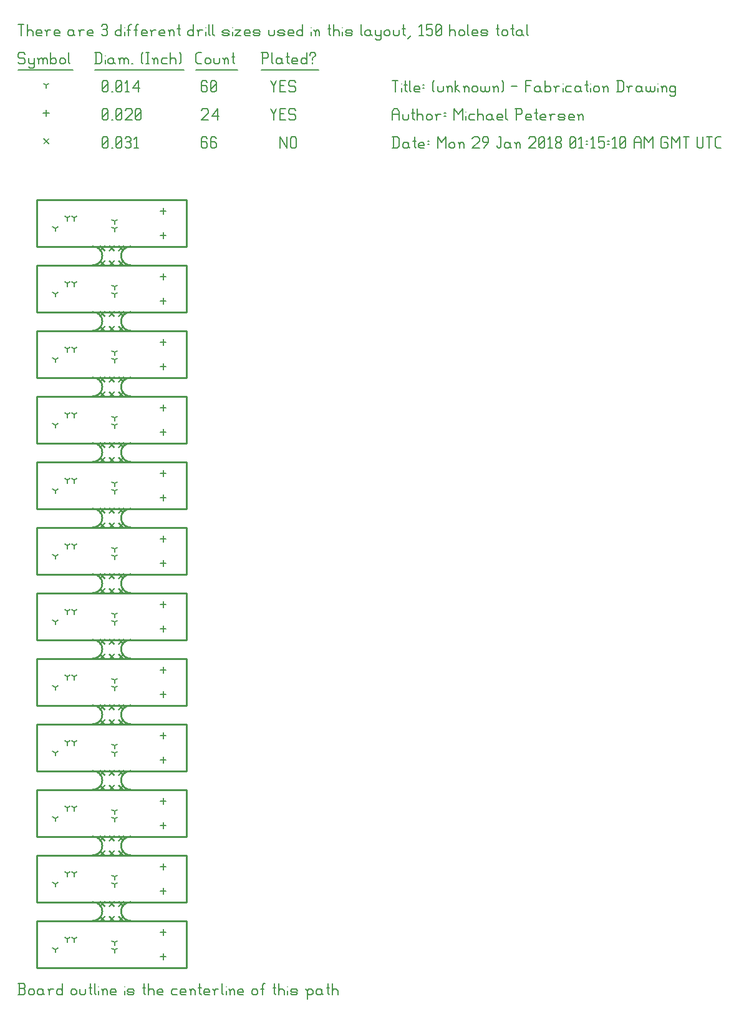
<source format=gbr>
G04 start of page 13 for group -3984 idx -3984 *
G04 Title: (unknown), fab *
G04 Creator: pcb 20140316 *
G04 CreationDate: Mon 29 Jan 2018 01:15:10 AM GMT UTC *
G04 For: railfan *
G04 Format: Gerber/RS-274X *
G04 PCB-Dimensions (mil): 1000.00 4200.00 *
G04 PCB-Coordinate-Origin: lower left *
%MOIN*%
%FSLAX25Y25*%
%LNFAB*%
%ADD49C,0.0100*%
%ADD48C,0.0075*%
%ADD47C,0.0060*%
%ADD46C,0.0001*%
G54D46*G36*
X48800Y390766D02*X51766Y387800D01*
X51200Y387234D01*
X48234Y390200D01*
X48800Y390766D01*
G37*
G36*
X48234Y387800D02*X51200Y390766D01*
X51766Y390200D01*
X48800Y387234D01*
X48234Y387800D01*
G37*
G36*
X43800Y390766D02*X46766Y387800D01*
X46200Y387234D01*
X43234Y390200D01*
X43800Y390766D01*
G37*
G36*
X43234Y387800D02*X46200Y390766D01*
X46766Y390200D01*
X43800Y387234D01*
X43234Y387800D01*
G37*
G36*
X53800Y390766D02*X56766Y387800D01*
X56200Y387234D01*
X53234Y390200D01*
X53800Y390766D01*
G37*
G36*
X53234Y387800D02*X56200Y390766D01*
X56766Y390200D01*
X53800Y387234D01*
X53234Y387800D01*
G37*
G36*
X48800Y382766D02*X51766Y379800D01*
X51200Y379234D01*
X48234Y382200D01*
X48800Y382766D01*
G37*
G36*
X48234Y379800D02*X51200Y382766D01*
X51766Y382200D01*
X48800Y379234D01*
X48234Y379800D01*
G37*
G36*
X43800Y382766D02*X46766Y379800D01*
X46200Y379234D01*
X43234Y382200D01*
X43800Y382766D01*
G37*
G36*
X43234Y379800D02*X46200Y382766D01*
X46766Y382200D01*
X43800Y379234D01*
X43234Y379800D01*
G37*
G36*
X53800Y382766D02*X56766Y379800D01*
X56200Y379234D01*
X53234Y382200D01*
X53800Y382766D01*
G37*
G36*
X53234Y379800D02*X56200Y382766D01*
X56766Y382200D01*
X53800Y379234D01*
X53234Y379800D01*
G37*
G36*
X48800Y355766D02*X51766Y352800D01*
X51200Y352234D01*
X48234Y355200D01*
X48800Y355766D01*
G37*
G36*
X48234Y352800D02*X51200Y355766D01*
X51766Y355200D01*
X48800Y352234D01*
X48234Y352800D01*
G37*
G36*
X43800Y355766D02*X46766Y352800D01*
X46200Y352234D01*
X43234Y355200D01*
X43800Y355766D01*
G37*
G36*
X43234Y352800D02*X46200Y355766D01*
X46766Y355200D01*
X43800Y352234D01*
X43234Y352800D01*
G37*
G36*
X53800Y355766D02*X56766Y352800D01*
X56200Y352234D01*
X53234Y355200D01*
X53800Y355766D01*
G37*
G36*
X53234Y352800D02*X56200Y355766D01*
X56766Y355200D01*
X53800Y352234D01*
X53234Y352800D01*
G37*
G36*
X48800Y347766D02*X51766Y344800D01*
X51200Y344234D01*
X48234Y347200D01*
X48800Y347766D01*
G37*
G36*
X48234Y344800D02*X51200Y347766D01*
X51766Y347200D01*
X48800Y344234D01*
X48234Y344800D01*
G37*
G36*
X43800Y347766D02*X46766Y344800D01*
X46200Y344234D01*
X43234Y347200D01*
X43800Y347766D01*
G37*
G36*
X43234Y344800D02*X46200Y347766D01*
X46766Y347200D01*
X43800Y344234D01*
X43234Y344800D01*
G37*
G36*
X53800Y347766D02*X56766Y344800D01*
X56200Y344234D01*
X53234Y347200D01*
X53800Y347766D01*
G37*
G36*
X53234Y344800D02*X56200Y347766D01*
X56766Y347200D01*
X53800Y344234D01*
X53234Y344800D01*
G37*
G36*
X48800Y320766D02*X51766Y317800D01*
X51200Y317234D01*
X48234Y320200D01*
X48800Y320766D01*
G37*
G36*
X48234Y317800D02*X51200Y320766D01*
X51766Y320200D01*
X48800Y317234D01*
X48234Y317800D01*
G37*
G36*
X43800Y320766D02*X46766Y317800D01*
X46200Y317234D01*
X43234Y320200D01*
X43800Y320766D01*
G37*
G36*
X43234Y317800D02*X46200Y320766D01*
X46766Y320200D01*
X43800Y317234D01*
X43234Y317800D01*
G37*
G36*
X53800Y320766D02*X56766Y317800D01*
X56200Y317234D01*
X53234Y320200D01*
X53800Y320766D01*
G37*
G36*
X53234Y317800D02*X56200Y320766D01*
X56766Y320200D01*
X53800Y317234D01*
X53234Y317800D01*
G37*
G36*
X48800Y312766D02*X51766Y309800D01*
X51200Y309234D01*
X48234Y312200D01*
X48800Y312766D01*
G37*
G36*
X48234Y309800D02*X51200Y312766D01*
X51766Y312200D01*
X48800Y309234D01*
X48234Y309800D01*
G37*
G36*
X43800Y312766D02*X46766Y309800D01*
X46200Y309234D01*
X43234Y312200D01*
X43800Y312766D01*
G37*
G36*
X43234Y309800D02*X46200Y312766D01*
X46766Y312200D01*
X43800Y309234D01*
X43234Y309800D01*
G37*
G36*
X53800Y312766D02*X56766Y309800D01*
X56200Y309234D01*
X53234Y312200D01*
X53800Y312766D01*
G37*
G36*
X53234Y309800D02*X56200Y312766D01*
X56766Y312200D01*
X53800Y309234D01*
X53234Y309800D01*
G37*
G36*
X48800Y285766D02*X51766Y282800D01*
X51200Y282234D01*
X48234Y285200D01*
X48800Y285766D01*
G37*
G36*
X48234Y282800D02*X51200Y285766D01*
X51766Y285200D01*
X48800Y282234D01*
X48234Y282800D01*
G37*
G36*
X43800Y285766D02*X46766Y282800D01*
X46200Y282234D01*
X43234Y285200D01*
X43800Y285766D01*
G37*
G36*
X43234Y282800D02*X46200Y285766D01*
X46766Y285200D01*
X43800Y282234D01*
X43234Y282800D01*
G37*
G36*
X53800Y285766D02*X56766Y282800D01*
X56200Y282234D01*
X53234Y285200D01*
X53800Y285766D01*
G37*
G36*
X53234Y282800D02*X56200Y285766D01*
X56766Y285200D01*
X53800Y282234D01*
X53234Y282800D01*
G37*
G36*
X48800Y277766D02*X51766Y274800D01*
X51200Y274234D01*
X48234Y277200D01*
X48800Y277766D01*
G37*
G36*
X48234Y274800D02*X51200Y277766D01*
X51766Y277200D01*
X48800Y274234D01*
X48234Y274800D01*
G37*
G36*
X43800Y277766D02*X46766Y274800D01*
X46200Y274234D01*
X43234Y277200D01*
X43800Y277766D01*
G37*
G36*
X43234Y274800D02*X46200Y277766D01*
X46766Y277200D01*
X43800Y274234D01*
X43234Y274800D01*
G37*
G36*
X53800Y277766D02*X56766Y274800D01*
X56200Y274234D01*
X53234Y277200D01*
X53800Y277766D01*
G37*
G36*
X53234Y274800D02*X56200Y277766D01*
X56766Y277200D01*
X53800Y274234D01*
X53234Y274800D01*
G37*
G36*
X48800Y250766D02*X51766Y247800D01*
X51200Y247234D01*
X48234Y250200D01*
X48800Y250766D01*
G37*
G36*
X48234Y247800D02*X51200Y250766D01*
X51766Y250200D01*
X48800Y247234D01*
X48234Y247800D01*
G37*
G36*
X43800Y250766D02*X46766Y247800D01*
X46200Y247234D01*
X43234Y250200D01*
X43800Y250766D01*
G37*
G36*
X43234Y247800D02*X46200Y250766D01*
X46766Y250200D01*
X43800Y247234D01*
X43234Y247800D01*
G37*
G36*
X53800Y250766D02*X56766Y247800D01*
X56200Y247234D01*
X53234Y250200D01*
X53800Y250766D01*
G37*
G36*
X53234Y247800D02*X56200Y250766D01*
X56766Y250200D01*
X53800Y247234D01*
X53234Y247800D01*
G37*
G36*
X48800Y242766D02*X51766Y239800D01*
X51200Y239234D01*
X48234Y242200D01*
X48800Y242766D01*
G37*
G36*
X48234Y239800D02*X51200Y242766D01*
X51766Y242200D01*
X48800Y239234D01*
X48234Y239800D01*
G37*
G36*
X43800Y242766D02*X46766Y239800D01*
X46200Y239234D01*
X43234Y242200D01*
X43800Y242766D01*
G37*
G36*
X43234Y239800D02*X46200Y242766D01*
X46766Y242200D01*
X43800Y239234D01*
X43234Y239800D01*
G37*
G36*
X53800Y242766D02*X56766Y239800D01*
X56200Y239234D01*
X53234Y242200D01*
X53800Y242766D01*
G37*
G36*
X53234Y239800D02*X56200Y242766D01*
X56766Y242200D01*
X53800Y239234D01*
X53234Y239800D01*
G37*
G36*
X48800Y215766D02*X51766Y212800D01*
X51200Y212234D01*
X48234Y215200D01*
X48800Y215766D01*
G37*
G36*
X48234Y212800D02*X51200Y215766D01*
X51766Y215200D01*
X48800Y212234D01*
X48234Y212800D01*
G37*
G36*
X43800Y215766D02*X46766Y212800D01*
X46200Y212234D01*
X43234Y215200D01*
X43800Y215766D01*
G37*
G36*
X43234Y212800D02*X46200Y215766D01*
X46766Y215200D01*
X43800Y212234D01*
X43234Y212800D01*
G37*
G36*
X53800Y215766D02*X56766Y212800D01*
X56200Y212234D01*
X53234Y215200D01*
X53800Y215766D01*
G37*
G36*
X53234Y212800D02*X56200Y215766D01*
X56766Y215200D01*
X53800Y212234D01*
X53234Y212800D01*
G37*
G36*
X48800Y207766D02*X51766Y204800D01*
X51200Y204234D01*
X48234Y207200D01*
X48800Y207766D01*
G37*
G36*
X48234Y204800D02*X51200Y207766D01*
X51766Y207200D01*
X48800Y204234D01*
X48234Y204800D01*
G37*
G36*
X43800Y207766D02*X46766Y204800D01*
X46200Y204234D01*
X43234Y207200D01*
X43800Y207766D01*
G37*
G36*
X43234Y204800D02*X46200Y207766D01*
X46766Y207200D01*
X43800Y204234D01*
X43234Y204800D01*
G37*
G36*
X53800Y207766D02*X56766Y204800D01*
X56200Y204234D01*
X53234Y207200D01*
X53800Y207766D01*
G37*
G36*
X53234Y204800D02*X56200Y207766D01*
X56766Y207200D01*
X53800Y204234D01*
X53234Y204800D01*
G37*
G36*
X48800Y180766D02*X51766Y177800D01*
X51200Y177234D01*
X48234Y180200D01*
X48800Y180766D01*
G37*
G36*
X48234Y177800D02*X51200Y180766D01*
X51766Y180200D01*
X48800Y177234D01*
X48234Y177800D01*
G37*
G36*
X43800Y180766D02*X46766Y177800D01*
X46200Y177234D01*
X43234Y180200D01*
X43800Y180766D01*
G37*
G36*
X43234Y177800D02*X46200Y180766D01*
X46766Y180200D01*
X43800Y177234D01*
X43234Y177800D01*
G37*
G36*
X53800Y180766D02*X56766Y177800D01*
X56200Y177234D01*
X53234Y180200D01*
X53800Y180766D01*
G37*
G36*
X53234Y177800D02*X56200Y180766D01*
X56766Y180200D01*
X53800Y177234D01*
X53234Y177800D01*
G37*
G36*
X48800Y172766D02*X51766Y169800D01*
X51200Y169234D01*
X48234Y172200D01*
X48800Y172766D01*
G37*
G36*
X48234Y169800D02*X51200Y172766D01*
X51766Y172200D01*
X48800Y169234D01*
X48234Y169800D01*
G37*
G36*
X43800Y172766D02*X46766Y169800D01*
X46200Y169234D01*
X43234Y172200D01*
X43800Y172766D01*
G37*
G36*
X43234Y169800D02*X46200Y172766D01*
X46766Y172200D01*
X43800Y169234D01*
X43234Y169800D01*
G37*
G36*
X53800Y172766D02*X56766Y169800D01*
X56200Y169234D01*
X53234Y172200D01*
X53800Y172766D01*
G37*
G36*
X53234Y169800D02*X56200Y172766D01*
X56766Y172200D01*
X53800Y169234D01*
X53234Y169800D01*
G37*
G36*
X48800Y145766D02*X51766Y142800D01*
X51200Y142234D01*
X48234Y145200D01*
X48800Y145766D01*
G37*
G36*
X48234Y142800D02*X51200Y145766D01*
X51766Y145200D01*
X48800Y142234D01*
X48234Y142800D01*
G37*
G36*
X43800Y145766D02*X46766Y142800D01*
X46200Y142234D01*
X43234Y145200D01*
X43800Y145766D01*
G37*
G36*
X43234Y142800D02*X46200Y145766D01*
X46766Y145200D01*
X43800Y142234D01*
X43234Y142800D01*
G37*
G36*
X53800Y145766D02*X56766Y142800D01*
X56200Y142234D01*
X53234Y145200D01*
X53800Y145766D01*
G37*
G36*
X53234Y142800D02*X56200Y145766D01*
X56766Y145200D01*
X53800Y142234D01*
X53234Y142800D01*
G37*
G36*
X48800Y137766D02*X51766Y134800D01*
X51200Y134234D01*
X48234Y137200D01*
X48800Y137766D01*
G37*
G36*
X48234Y134800D02*X51200Y137766D01*
X51766Y137200D01*
X48800Y134234D01*
X48234Y134800D01*
G37*
G36*
X43800Y137766D02*X46766Y134800D01*
X46200Y134234D01*
X43234Y137200D01*
X43800Y137766D01*
G37*
G36*
X43234Y134800D02*X46200Y137766D01*
X46766Y137200D01*
X43800Y134234D01*
X43234Y134800D01*
G37*
G36*
X53800Y137766D02*X56766Y134800D01*
X56200Y134234D01*
X53234Y137200D01*
X53800Y137766D01*
G37*
G36*
X53234Y134800D02*X56200Y137766D01*
X56766Y137200D01*
X53800Y134234D01*
X53234Y134800D01*
G37*
G36*
X48800Y110766D02*X51766Y107800D01*
X51200Y107234D01*
X48234Y110200D01*
X48800Y110766D01*
G37*
G36*
X48234Y107800D02*X51200Y110766D01*
X51766Y110200D01*
X48800Y107234D01*
X48234Y107800D01*
G37*
G36*
X43800Y110766D02*X46766Y107800D01*
X46200Y107234D01*
X43234Y110200D01*
X43800Y110766D01*
G37*
G36*
X43234Y107800D02*X46200Y110766D01*
X46766Y110200D01*
X43800Y107234D01*
X43234Y107800D01*
G37*
G36*
X53800Y110766D02*X56766Y107800D01*
X56200Y107234D01*
X53234Y110200D01*
X53800Y110766D01*
G37*
G36*
X53234Y107800D02*X56200Y110766D01*
X56766Y110200D01*
X53800Y107234D01*
X53234Y107800D01*
G37*
G36*
X48800Y102766D02*X51766Y99800D01*
X51200Y99234D01*
X48234Y102200D01*
X48800Y102766D01*
G37*
G36*
X48234Y99800D02*X51200Y102766D01*
X51766Y102200D01*
X48800Y99234D01*
X48234Y99800D01*
G37*
G36*
X43800Y102766D02*X46766Y99800D01*
X46200Y99234D01*
X43234Y102200D01*
X43800Y102766D01*
G37*
G36*
X43234Y99800D02*X46200Y102766D01*
X46766Y102200D01*
X43800Y99234D01*
X43234Y99800D01*
G37*
G36*
X53800Y102766D02*X56766Y99800D01*
X56200Y99234D01*
X53234Y102200D01*
X53800Y102766D01*
G37*
G36*
X53234Y99800D02*X56200Y102766D01*
X56766Y102200D01*
X53800Y99234D01*
X53234Y99800D01*
G37*
G36*
X48800Y75766D02*X51766Y72800D01*
X51200Y72234D01*
X48234Y75200D01*
X48800Y75766D01*
G37*
G36*
X48234Y72800D02*X51200Y75766D01*
X51766Y75200D01*
X48800Y72234D01*
X48234Y72800D01*
G37*
G36*
X43800Y75766D02*X46766Y72800D01*
X46200Y72234D01*
X43234Y75200D01*
X43800Y75766D01*
G37*
G36*
X43234Y72800D02*X46200Y75766D01*
X46766Y75200D01*
X43800Y72234D01*
X43234Y72800D01*
G37*
G36*
X53800Y75766D02*X56766Y72800D01*
X56200Y72234D01*
X53234Y75200D01*
X53800Y75766D01*
G37*
G36*
X53234Y72800D02*X56200Y75766D01*
X56766Y75200D01*
X53800Y72234D01*
X53234Y72800D01*
G37*
G36*
X48800Y67766D02*X51766Y64800D01*
X51200Y64234D01*
X48234Y67200D01*
X48800Y67766D01*
G37*
G36*
X48234Y64800D02*X51200Y67766D01*
X51766Y67200D01*
X48800Y64234D01*
X48234Y64800D01*
G37*
G36*
X43800Y67766D02*X46766Y64800D01*
X46200Y64234D01*
X43234Y67200D01*
X43800Y67766D01*
G37*
G36*
X43234Y64800D02*X46200Y67766D01*
X46766Y67200D01*
X43800Y64234D01*
X43234Y64800D01*
G37*
G36*
X53800Y67766D02*X56766Y64800D01*
X56200Y64234D01*
X53234Y67200D01*
X53800Y67766D01*
G37*
G36*
X53234Y64800D02*X56200Y67766D01*
X56766Y67200D01*
X53800Y64234D01*
X53234Y64800D01*
G37*
G36*
X48800Y40766D02*X51766Y37800D01*
X51200Y37234D01*
X48234Y40200D01*
X48800Y40766D01*
G37*
G36*
X48234Y37800D02*X51200Y40766D01*
X51766Y40200D01*
X48800Y37234D01*
X48234Y37800D01*
G37*
G36*
X43800Y40766D02*X46766Y37800D01*
X46200Y37234D01*
X43234Y40200D01*
X43800Y40766D01*
G37*
G36*
X43234Y37800D02*X46200Y40766D01*
X46766Y40200D01*
X43800Y37234D01*
X43234Y37800D01*
G37*
G36*
X53800Y40766D02*X56766Y37800D01*
X56200Y37234D01*
X53234Y40200D01*
X53800Y40766D01*
G37*
G36*
X53234Y37800D02*X56200Y40766D01*
X56766Y40200D01*
X53800Y37234D01*
X53234Y37800D01*
G37*
G36*
X48800Y32766D02*X51766Y29800D01*
X51200Y29234D01*
X48234Y32200D01*
X48800Y32766D01*
G37*
G36*
X48234Y29800D02*X51200Y32766D01*
X51766Y32200D01*
X48800Y29234D01*
X48234Y29800D01*
G37*
G36*
X43800Y32766D02*X46766Y29800D01*
X46200Y29234D01*
X43234Y32200D01*
X43800Y32766D01*
G37*
G36*
X43234Y29800D02*X46200Y32766D01*
X46766Y32200D01*
X43800Y29234D01*
X43234Y29800D01*
G37*
G36*
X53800Y32766D02*X56766Y29800D01*
X56200Y29234D01*
X53234Y32200D01*
X53800Y32766D01*
G37*
G36*
X53234Y29800D02*X56200Y32766D01*
X56766Y32200D01*
X53800Y29234D01*
X53234Y29800D01*
G37*
G36*
X13800Y448016D02*X16766Y445050D01*
X16200Y444484D01*
X13234Y447450D01*
X13800Y448016D01*
G37*
G36*
X13234Y445050D02*X16200Y448016D01*
X16766Y447450D01*
X13800Y444484D01*
X13234Y445050D01*
G37*
G54D47*X140000Y448500D02*Y442500D01*
Y448500D02*X143750Y442500D01*
Y448500D02*Y442500D01*
X145550Y447750D02*Y443250D01*
Y447750D02*X146300Y448500D01*
X147800D01*
X148550Y447750D01*
Y443250D01*
X147800Y442500D02*X148550Y443250D01*
X146300Y442500D02*X147800D01*
X145550Y443250D02*X146300Y442500D01*
X100250Y448500D02*X101000Y447750D01*
X98750Y448500D02*X100250D01*
X98000Y447750D02*X98750Y448500D01*
X98000Y447750D02*Y443250D01*
X98750Y442500D01*
X100250Y445800D02*X101000Y445050D01*
X98000Y445800D02*X100250D01*
X98750Y442500D02*X100250D01*
X101000Y443250D01*
Y445050D02*Y443250D01*
X105050Y448500D02*X105800Y447750D01*
X103550Y448500D02*X105050D01*
X102800Y447750D02*X103550Y448500D01*
X102800Y447750D02*Y443250D01*
X103550Y442500D01*
X105050Y445800D02*X105800Y445050D01*
X102800Y445800D02*X105050D01*
X103550Y442500D02*X105050D01*
X105800Y443250D01*
Y445050D02*Y443250D01*
X45000D02*X45750Y442500D01*
X45000Y447750D02*Y443250D01*
Y447750D02*X45750Y448500D01*
X47250D01*
X48000Y447750D01*
Y443250D01*
X47250Y442500D02*X48000Y443250D01*
X45750Y442500D02*X47250D01*
X45000Y444000D02*X48000Y447000D01*
X49800Y442500D02*X50550D01*
X52350Y443250D02*X53100Y442500D01*
X52350Y447750D02*Y443250D01*
Y447750D02*X53100Y448500D01*
X54600D01*
X55350Y447750D01*
Y443250D01*
X54600Y442500D02*X55350Y443250D01*
X53100Y442500D02*X54600D01*
X52350Y444000D02*X55350Y447000D01*
X57150Y447750D02*X57900Y448500D01*
X59400D01*
X60150Y447750D01*
X59400Y442500D02*X60150Y443250D01*
X57900Y442500D02*X59400D01*
X57150Y443250D02*X57900Y442500D01*
Y445800D02*X59400D01*
X60150Y447750D02*Y446550D01*
Y445050D02*Y443250D01*
Y445050D02*X59400Y445800D01*
X60150Y446550D02*X59400Y445800D01*
X61950Y447300D02*X63150Y448500D01*
Y442500D01*
X61950D02*X64200D01*
X77500Y410600D02*Y407400D01*
X75900Y409000D02*X79100D01*
X77500Y397600D02*Y394400D01*
X75900Y396000D02*X79100D01*
X77500Y375600D02*Y372400D01*
X75900Y374000D02*X79100D01*
X77500Y362600D02*Y359400D01*
X75900Y361000D02*X79100D01*
X77500Y340600D02*Y337400D01*
X75900Y339000D02*X79100D01*
X77500Y327600D02*Y324400D01*
X75900Y326000D02*X79100D01*
X77500Y305600D02*Y302400D01*
X75900Y304000D02*X79100D01*
X77500Y292600D02*Y289400D01*
X75900Y291000D02*X79100D01*
X77500Y270600D02*Y267400D01*
X75900Y269000D02*X79100D01*
X77500Y257600D02*Y254400D01*
X75900Y256000D02*X79100D01*
X77500Y235600D02*Y232400D01*
X75900Y234000D02*X79100D01*
X77500Y222600D02*Y219400D01*
X75900Y221000D02*X79100D01*
X77500Y200600D02*Y197400D01*
X75900Y199000D02*X79100D01*
X77500Y187600D02*Y184400D01*
X75900Y186000D02*X79100D01*
X77500Y165600D02*Y162400D01*
X75900Y164000D02*X79100D01*
X77500Y152600D02*Y149400D01*
X75900Y151000D02*X79100D01*
X77500Y130600D02*Y127400D01*
X75900Y129000D02*X79100D01*
X77500Y117600D02*Y114400D01*
X75900Y116000D02*X79100D01*
X77500Y95600D02*Y92400D01*
X75900Y94000D02*X79100D01*
X77500Y82600D02*Y79400D01*
X75900Y81000D02*X79100D01*
X77500Y60600D02*Y57400D01*
X75900Y59000D02*X79100D01*
X77500Y47600D02*Y44400D01*
X75900Y46000D02*X79100D01*
X77500Y25600D02*Y22400D01*
X75900Y24000D02*X79100D01*
X77500Y12600D02*Y9400D01*
X75900Y11000D02*X79100D01*
X15000Y462850D02*Y459650D01*
X13400Y461250D02*X16600D01*
X135000Y463500D02*X136500Y460500D01*
X138000Y463500D01*
X136500Y460500D02*Y457500D01*
X139800Y460800D02*X142050D01*
X139800Y457500D02*X142800D01*
X139800Y463500D02*Y457500D01*
Y463500D02*X142800D01*
X147600D02*X148350Y462750D01*
X145350Y463500D02*X147600D01*
X144600Y462750D02*X145350Y463500D01*
X144600Y462750D02*Y461250D01*
X145350Y460500D01*
X147600D01*
X148350Y459750D01*
Y458250D01*
X147600Y457500D02*X148350Y458250D01*
X145350Y457500D02*X147600D01*
X144600Y458250D02*X145350Y457500D01*
X98000Y462750D02*X98750Y463500D01*
X101000D01*
X101750Y462750D01*
Y461250D01*
X98000Y457500D02*X101750Y461250D01*
X98000Y457500D02*X101750D01*
X103550Y459750D02*X106550Y463500D01*
X103550Y459750D02*X107300D01*
X106550Y463500D02*Y457500D01*
X45000Y458250D02*X45750Y457500D01*
X45000Y462750D02*Y458250D01*
Y462750D02*X45750Y463500D01*
X47250D01*
X48000Y462750D01*
Y458250D01*
X47250Y457500D02*X48000Y458250D01*
X45750Y457500D02*X47250D01*
X45000Y459000D02*X48000Y462000D01*
X49800Y457500D02*X50550D01*
X52350Y458250D02*X53100Y457500D01*
X52350Y462750D02*Y458250D01*
Y462750D02*X53100Y463500D01*
X54600D01*
X55350Y462750D01*
Y458250D01*
X54600Y457500D02*X55350Y458250D01*
X53100Y457500D02*X54600D01*
X52350Y459000D02*X55350Y462000D01*
X57150Y462750D02*X57900Y463500D01*
X60150D01*
X60900Y462750D01*
Y461250D01*
X57150Y457500D02*X60900Y461250D01*
X57150Y457500D02*X60900D01*
X62700Y458250D02*X63450Y457500D01*
X62700Y462750D02*Y458250D01*
Y462750D02*X63450Y463500D01*
X64950D01*
X65700Y462750D01*
Y458250D01*
X64950Y457500D02*X65700Y458250D01*
X63450Y457500D02*X64950D01*
X62700Y459000D02*X65700Y462000D01*
X51500Y403500D02*Y401900D01*
Y403500D02*X52887Y404300D01*
X51500Y403500D02*X50113Y404300D01*
X51500Y399500D02*Y397900D01*
Y399500D02*X52887Y400300D01*
X51500Y399500D02*X50113Y400300D01*
X29900Y405300D02*Y403700D01*
Y405300D02*X31287Y406100D01*
X29900Y405300D02*X28513Y406100D01*
X19800Y399700D02*Y398100D01*
Y399700D02*X21187Y400500D01*
X19800Y399700D02*X18413Y400500D01*
X26200Y405300D02*Y403700D01*
Y405300D02*X27587Y406100D01*
X26200Y405300D02*X24813Y406100D01*
X51500Y368500D02*Y366900D01*
Y368500D02*X52887Y369300D01*
X51500Y368500D02*X50113Y369300D01*
X51500Y364500D02*Y362900D01*
Y364500D02*X52887Y365300D01*
X51500Y364500D02*X50113Y365300D01*
X29900Y370300D02*Y368700D01*
Y370300D02*X31287Y371100D01*
X29900Y370300D02*X28513Y371100D01*
X19800Y364700D02*Y363100D01*
Y364700D02*X21187Y365500D01*
X19800Y364700D02*X18413Y365500D01*
X26200Y370300D02*Y368700D01*
Y370300D02*X27587Y371100D01*
X26200Y370300D02*X24813Y371100D01*
X51500Y333500D02*Y331900D01*
Y333500D02*X52887Y334300D01*
X51500Y333500D02*X50113Y334300D01*
X51500Y329500D02*Y327900D01*
Y329500D02*X52887Y330300D01*
X51500Y329500D02*X50113Y330300D01*
X29900Y335300D02*Y333700D01*
Y335300D02*X31287Y336100D01*
X29900Y335300D02*X28513Y336100D01*
X19800Y329700D02*Y328100D01*
Y329700D02*X21187Y330500D01*
X19800Y329700D02*X18413Y330500D01*
X26200Y335300D02*Y333700D01*
Y335300D02*X27587Y336100D01*
X26200Y335300D02*X24813Y336100D01*
X51500Y298500D02*Y296900D01*
Y298500D02*X52887Y299300D01*
X51500Y298500D02*X50113Y299300D01*
X51500Y294500D02*Y292900D01*
Y294500D02*X52887Y295300D01*
X51500Y294500D02*X50113Y295300D01*
X29900Y300300D02*Y298700D01*
Y300300D02*X31287Y301100D01*
X29900Y300300D02*X28513Y301100D01*
X19800Y294700D02*Y293100D01*
Y294700D02*X21187Y295500D01*
X19800Y294700D02*X18413Y295500D01*
X26200Y300300D02*Y298700D01*
Y300300D02*X27587Y301100D01*
X26200Y300300D02*X24813Y301100D01*
X51500Y263500D02*Y261900D01*
Y263500D02*X52887Y264300D01*
X51500Y263500D02*X50113Y264300D01*
X51500Y259500D02*Y257900D01*
Y259500D02*X52887Y260300D01*
X51500Y259500D02*X50113Y260300D01*
X29900Y265300D02*Y263700D01*
Y265300D02*X31287Y266100D01*
X29900Y265300D02*X28513Y266100D01*
X19800Y259700D02*Y258100D01*
Y259700D02*X21187Y260500D01*
X19800Y259700D02*X18413Y260500D01*
X26200Y265300D02*Y263700D01*
Y265300D02*X27587Y266100D01*
X26200Y265300D02*X24813Y266100D01*
X51500Y228500D02*Y226900D01*
Y228500D02*X52887Y229300D01*
X51500Y228500D02*X50113Y229300D01*
X51500Y224500D02*Y222900D01*
Y224500D02*X52887Y225300D01*
X51500Y224500D02*X50113Y225300D01*
X29900Y230300D02*Y228700D01*
Y230300D02*X31287Y231100D01*
X29900Y230300D02*X28513Y231100D01*
X19800Y224700D02*Y223100D01*
Y224700D02*X21187Y225500D01*
X19800Y224700D02*X18413Y225500D01*
X26200Y230300D02*Y228700D01*
Y230300D02*X27587Y231100D01*
X26200Y230300D02*X24813Y231100D01*
X51500Y193500D02*Y191900D01*
Y193500D02*X52887Y194300D01*
X51500Y193500D02*X50113Y194300D01*
X51500Y189500D02*Y187900D01*
Y189500D02*X52887Y190300D01*
X51500Y189500D02*X50113Y190300D01*
X29900Y195300D02*Y193700D01*
Y195300D02*X31287Y196100D01*
X29900Y195300D02*X28513Y196100D01*
X19800Y189700D02*Y188100D01*
Y189700D02*X21187Y190500D01*
X19800Y189700D02*X18413Y190500D01*
X26200Y195300D02*Y193700D01*
Y195300D02*X27587Y196100D01*
X26200Y195300D02*X24813Y196100D01*
X51500Y158500D02*Y156900D01*
Y158500D02*X52887Y159300D01*
X51500Y158500D02*X50113Y159300D01*
X51500Y154500D02*Y152900D01*
Y154500D02*X52887Y155300D01*
X51500Y154500D02*X50113Y155300D01*
X29900Y160300D02*Y158700D01*
Y160300D02*X31287Y161100D01*
X29900Y160300D02*X28513Y161100D01*
X19800Y154700D02*Y153100D01*
Y154700D02*X21187Y155500D01*
X19800Y154700D02*X18413Y155500D01*
X26200Y160300D02*Y158700D01*
Y160300D02*X27587Y161100D01*
X26200Y160300D02*X24813Y161100D01*
X51500Y123500D02*Y121900D01*
Y123500D02*X52887Y124300D01*
X51500Y123500D02*X50113Y124300D01*
X51500Y119500D02*Y117900D01*
Y119500D02*X52887Y120300D01*
X51500Y119500D02*X50113Y120300D01*
X29900Y125300D02*Y123700D01*
Y125300D02*X31287Y126100D01*
X29900Y125300D02*X28513Y126100D01*
X19800Y119700D02*Y118100D01*
Y119700D02*X21187Y120500D01*
X19800Y119700D02*X18413Y120500D01*
X26200Y125300D02*Y123700D01*
Y125300D02*X27587Y126100D01*
X26200Y125300D02*X24813Y126100D01*
X51500Y88500D02*Y86900D01*
Y88500D02*X52887Y89300D01*
X51500Y88500D02*X50113Y89300D01*
X51500Y84500D02*Y82900D01*
Y84500D02*X52887Y85300D01*
X51500Y84500D02*X50113Y85300D01*
X29900Y90300D02*Y88700D01*
Y90300D02*X31287Y91100D01*
X29900Y90300D02*X28513Y91100D01*
X19800Y84700D02*Y83100D01*
Y84700D02*X21187Y85500D01*
X19800Y84700D02*X18413Y85500D01*
X26200Y90300D02*Y88700D01*
Y90300D02*X27587Y91100D01*
X26200Y90300D02*X24813Y91100D01*
X51500Y53500D02*Y51900D01*
Y53500D02*X52887Y54300D01*
X51500Y53500D02*X50113Y54300D01*
X51500Y49500D02*Y47900D01*
Y49500D02*X52887Y50300D01*
X51500Y49500D02*X50113Y50300D01*
X29900Y55300D02*Y53700D01*
Y55300D02*X31287Y56100D01*
X29900Y55300D02*X28513Y56100D01*
X19800Y49700D02*Y48100D01*
Y49700D02*X21187Y50500D01*
X19800Y49700D02*X18413Y50500D01*
X26200Y55300D02*Y53700D01*
Y55300D02*X27587Y56100D01*
X26200Y55300D02*X24813Y56100D01*
X51500Y18500D02*Y16900D01*
Y18500D02*X52887Y19300D01*
X51500Y18500D02*X50113Y19300D01*
X51500Y14500D02*Y12900D01*
Y14500D02*X52887Y15300D01*
X51500Y14500D02*X50113Y15300D01*
X29900Y20300D02*Y18700D01*
Y20300D02*X31287Y21100D01*
X29900Y20300D02*X28513Y21100D01*
X19800Y14700D02*Y13100D01*
Y14700D02*X21187Y15500D01*
X19800Y14700D02*X18413Y15500D01*
X26200Y20300D02*Y18700D01*
Y20300D02*X27587Y21100D01*
X26200Y20300D02*X24813Y21100D01*
X15000Y476250D02*Y474650D01*
Y476250D02*X16387Y477050D01*
X15000Y476250D02*X13613Y477050D01*
X135000Y478500D02*X136500Y475500D01*
X138000Y478500D01*
X136500Y475500D02*Y472500D01*
X139800Y475800D02*X142050D01*
X139800Y472500D02*X142800D01*
X139800Y478500D02*Y472500D01*
Y478500D02*X142800D01*
X147600D02*X148350Y477750D01*
X145350Y478500D02*X147600D01*
X144600Y477750D02*X145350Y478500D01*
X144600Y477750D02*Y476250D01*
X145350Y475500D01*
X147600D01*
X148350Y474750D01*
Y473250D01*
X147600Y472500D02*X148350Y473250D01*
X145350Y472500D02*X147600D01*
X144600Y473250D02*X145350Y472500D01*
X100250Y478500D02*X101000Y477750D01*
X98750Y478500D02*X100250D01*
X98000Y477750D02*X98750Y478500D01*
X98000Y477750D02*Y473250D01*
X98750Y472500D01*
X100250Y475800D02*X101000Y475050D01*
X98000Y475800D02*X100250D01*
X98750Y472500D02*X100250D01*
X101000Y473250D01*
Y475050D02*Y473250D01*
X102800D02*X103550Y472500D01*
X102800Y477750D02*Y473250D01*
Y477750D02*X103550Y478500D01*
X105050D01*
X105800Y477750D01*
Y473250D01*
X105050Y472500D02*X105800Y473250D01*
X103550Y472500D02*X105050D01*
X102800Y474000D02*X105800Y477000D01*
X45000Y473250D02*X45750Y472500D01*
X45000Y477750D02*Y473250D01*
Y477750D02*X45750Y478500D01*
X47250D01*
X48000Y477750D01*
Y473250D01*
X47250Y472500D02*X48000Y473250D01*
X45750Y472500D02*X47250D01*
X45000Y474000D02*X48000Y477000D01*
X49800Y472500D02*X50550D01*
X52350Y473250D02*X53100Y472500D01*
X52350Y477750D02*Y473250D01*
Y477750D02*X53100Y478500D01*
X54600D01*
X55350Y477750D01*
Y473250D01*
X54600Y472500D02*X55350Y473250D01*
X53100Y472500D02*X54600D01*
X52350Y474000D02*X55350Y477000D01*
X57150Y477300D02*X58350Y478500D01*
Y472500D01*
X57150D02*X59400D01*
X61200Y474750D02*X64200Y478500D01*
X61200Y474750D02*X64950D01*
X64200Y478500D02*Y472500D01*
X3000Y493500D02*X3750Y492750D01*
X750Y493500D02*X3000D01*
X0Y492750D02*X750Y493500D01*
X0Y492750D02*Y491250D01*
X750Y490500D01*
X3000D01*
X3750Y489750D01*
Y488250D01*
X3000Y487500D02*X3750Y488250D01*
X750Y487500D02*X3000D01*
X0Y488250D02*X750Y487500D01*
X5550Y490500D02*Y488250D01*
X6300Y487500D01*
X8550Y490500D02*Y486000D01*
X7800Y485250D02*X8550Y486000D01*
X6300Y485250D02*X7800D01*
X5550Y486000D02*X6300Y485250D01*
Y487500D02*X7800D01*
X8550Y488250D01*
X11100Y489750D02*Y487500D01*
Y489750D02*X11850Y490500D01*
X12600D01*
X13350Y489750D01*
Y487500D01*
Y489750D02*X14100Y490500D01*
X14850D01*
X15600Y489750D01*
Y487500D01*
X10350Y490500D02*X11100Y489750D01*
X17400Y493500D02*Y487500D01*
Y488250D02*X18150Y487500D01*
X19650D01*
X20400Y488250D01*
Y489750D02*Y488250D01*
X19650Y490500D02*X20400Y489750D01*
X18150Y490500D02*X19650D01*
X17400Y489750D02*X18150Y490500D01*
X22200Y489750D02*Y488250D01*
Y489750D02*X22950Y490500D01*
X24450D01*
X25200Y489750D01*
Y488250D01*
X24450Y487500D02*X25200Y488250D01*
X22950Y487500D02*X24450D01*
X22200Y488250D02*X22950Y487500D01*
X27000Y493500D02*Y488250D01*
X27750Y487500D01*
X0Y484250D02*X29250D01*
X41750Y493500D02*Y487500D01*
X43700Y493500D02*X44750Y492450D01*
Y488550D01*
X43700Y487500D02*X44750Y488550D01*
X41000Y487500D02*X43700D01*
X41000Y493500D02*X43700D01*
G54D48*X46550Y492000D02*Y491850D01*
G54D47*Y489750D02*Y487500D01*
X50300Y490500D02*X51050Y489750D01*
X48800Y490500D02*X50300D01*
X48050Y489750D02*X48800Y490500D01*
X48050Y489750D02*Y488250D01*
X48800Y487500D01*
X51050Y490500D02*Y488250D01*
X51800Y487500D01*
X48800D02*X50300D01*
X51050Y488250D01*
X54350Y489750D02*Y487500D01*
Y489750D02*X55100Y490500D01*
X55850D01*
X56600Y489750D01*
Y487500D01*
Y489750D02*X57350Y490500D01*
X58100D01*
X58850Y489750D01*
Y487500D01*
X53600Y490500D02*X54350Y489750D01*
X60650Y487500D02*X61400D01*
X65900Y488250D02*X66650Y487500D01*
X65900Y492750D02*X66650Y493500D01*
X65900Y492750D02*Y488250D01*
X68450Y493500D02*X69950D01*
X69200D02*Y487500D01*
X68450D02*X69950D01*
X72500Y489750D02*Y487500D01*
Y489750D02*X73250Y490500D01*
X74000D01*
X74750Y489750D01*
Y487500D01*
X71750Y490500D02*X72500Y489750D01*
X77300Y490500D02*X79550D01*
X76550Y489750D02*X77300Y490500D01*
X76550Y489750D02*Y488250D01*
X77300Y487500D01*
X79550D01*
X81350Y493500D02*Y487500D01*
Y489750D02*X82100Y490500D01*
X83600D01*
X84350Y489750D01*
Y487500D01*
X86150Y493500D02*X86900Y492750D01*
Y488250D01*
X86150Y487500D02*X86900Y488250D01*
X41000Y484250D02*X88700D01*
X96050Y487500D02*X98000D01*
X95000Y488550D02*X96050Y487500D01*
X95000Y492450D02*Y488550D01*
Y492450D02*X96050Y493500D01*
X98000D01*
X99800Y489750D02*Y488250D01*
Y489750D02*X100550Y490500D01*
X102050D01*
X102800Y489750D01*
Y488250D01*
X102050Y487500D02*X102800Y488250D01*
X100550Y487500D02*X102050D01*
X99800Y488250D02*X100550Y487500D01*
X104600Y490500D02*Y488250D01*
X105350Y487500D01*
X106850D01*
X107600Y488250D01*
Y490500D02*Y488250D01*
X110150Y489750D02*Y487500D01*
Y489750D02*X110900Y490500D01*
X111650D01*
X112400Y489750D01*
Y487500D01*
X109400Y490500D02*X110150Y489750D01*
X114950Y493500D02*Y488250D01*
X115700Y487500D01*
X114200Y491250D02*X115700D01*
X95000Y484250D02*X117200D01*
X130750Y493500D02*Y487500D01*
X130000Y493500D02*X133000D01*
X133750Y492750D01*
Y491250D01*
X133000Y490500D02*X133750Y491250D01*
X130750Y490500D02*X133000D01*
X135550Y493500D02*Y488250D01*
X136300Y487500D01*
X140050Y490500D02*X140800Y489750D01*
X138550Y490500D02*X140050D01*
X137800Y489750D02*X138550Y490500D01*
X137800Y489750D02*Y488250D01*
X138550Y487500D01*
X140800Y490500D02*Y488250D01*
X141550Y487500D01*
X138550D02*X140050D01*
X140800Y488250D01*
X144100Y493500D02*Y488250D01*
X144850Y487500D01*
X143350Y491250D02*X144850D01*
X147100Y487500D02*X149350D01*
X146350Y488250D02*X147100Y487500D01*
X146350Y489750D02*Y488250D01*
Y489750D02*X147100Y490500D01*
X148600D01*
X149350Y489750D01*
X146350Y489000D02*X149350D01*
Y489750D02*Y489000D01*
X154150Y493500D02*Y487500D01*
X153400D02*X154150Y488250D01*
X151900Y487500D02*X153400D01*
X151150Y488250D02*X151900Y487500D01*
X151150Y489750D02*Y488250D01*
Y489750D02*X151900Y490500D01*
X153400D01*
X154150Y489750D01*
X157450Y490500D02*Y489750D01*
Y488250D02*Y487500D01*
X155950Y492750D02*Y492000D01*
Y492750D02*X156700Y493500D01*
X158200D01*
X158950Y492750D01*
Y492000D01*
X157450Y490500D02*X158950Y492000D01*
X130000Y484250D02*X160750D01*
X0Y508500D02*X3000D01*
X1500D02*Y502500D01*
X4800Y508500D02*Y502500D01*
Y504750D02*X5550Y505500D01*
X7050D01*
X7800Y504750D01*
Y502500D01*
X10350D02*X12600D01*
X9600Y503250D02*X10350Y502500D01*
X9600Y504750D02*Y503250D01*
Y504750D02*X10350Y505500D01*
X11850D01*
X12600Y504750D01*
X9600Y504000D02*X12600D01*
Y504750D02*Y504000D01*
X15150Y504750D02*Y502500D01*
Y504750D02*X15900Y505500D01*
X17400D01*
X14400D02*X15150Y504750D01*
X19950Y502500D02*X22200D01*
X19200Y503250D02*X19950Y502500D01*
X19200Y504750D02*Y503250D01*
Y504750D02*X19950Y505500D01*
X21450D01*
X22200Y504750D01*
X19200Y504000D02*X22200D01*
Y504750D02*Y504000D01*
X28950Y505500D02*X29700Y504750D01*
X27450Y505500D02*X28950D01*
X26700Y504750D02*X27450Y505500D01*
X26700Y504750D02*Y503250D01*
X27450Y502500D01*
X29700Y505500D02*Y503250D01*
X30450Y502500D01*
X27450D02*X28950D01*
X29700Y503250D01*
X33000Y504750D02*Y502500D01*
Y504750D02*X33750Y505500D01*
X35250D01*
X32250D02*X33000Y504750D01*
X37800Y502500D02*X40050D01*
X37050Y503250D02*X37800Y502500D01*
X37050Y504750D02*Y503250D01*
Y504750D02*X37800Y505500D01*
X39300D01*
X40050Y504750D01*
X37050Y504000D02*X40050D01*
Y504750D02*Y504000D01*
X44550Y507750D02*X45300Y508500D01*
X46800D01*
X47550Y507750D01*
X46800Y502500D02*X47550Y503250D01*
X45300Y502500D02*X46800D01*
X44550Y503250D02*X45300Y502500D01*
Y505800D02*X46800D01*
X47550Y507750D02*Y506550D01*
Y505050D02*Y503250D01*
Y505050D02*X46800Y505800D01*
X47550Y506550D02*X46800Y505800D01*
X55050Y508500D02*Y502500D01*
X54300D02*X55050Y503250D01*
X52800Y502500D02*X54300D01*
X52050Y503250D02*X52800Y502500D01*
X52050Y504750D02*Y503250D01*
Y504750D02*X52800Y505500D01*
X54300D01*
X55050Y504750D01*
G54D48*X56850Y507000D02*Y506850D01*
G54D47*Y504750D02*Y502500D01*
X59100Y507750D02*Y502500D01*
Y507750D02*X59850Y508500D01*
X60600D01*
X58350Y505500D02*X59850D01*
X62850Y507750D02*Y502500D01*
Y507750D02*X63600Y508500D01*
X64350D01*
X62100Y505500D02*X63600D01*
X66600Y502500D02*X68850D01*
X65850Y503250D02*X66600Y502500D01*
X65850Y504750D02*Y503250D01*
Y504750D02*X66600Y505500D01*
X68100D01*
X68850Y504750D01*
X65850Y504000D02*X68850D01*
Y504750D02*Y504000D01*
X71400Y504750D02*Y502500D01*
Y504750D02*X72150Y505500D01*
X73650D01*
X70650D02*X71400Y504750D01*
X76200Y502500D02*X78450D01*
X75450Y503250D02*X76200Y502500D01*
X75450Y504750D02*Y503250D01*
Y504750D02*X76200Y505500D01*
X77700D01*
X78450Y504750D01*
X75450Y504000D02*X78450D01*
Y504750D02*Y504000D01*
X81000Y504750D02*Y502500D01*
Y504750D02*X81750Y505500D01*
X82500D01*
X83250Y504750D01*
Y502500D01*
X80250Y505500D02*X81000Y504750D01*
X85800Y508500D02*Y503250D01*
X86550Y502500D01*
X85050Y506250D02*X86550D01*
X93750Y508500D02*Y502500D01*
X93000D02*X93750Y503250D01*
X91500Y502500D02*X93000D01*
X90750Y503250D02*X91500Y502500D01*
X90750Y504750D02*Y503250D01*
Y504750D02*X91500Y505500D01*
X93000D01*
X93750Y504750D01*
X96300D02*Y502500D01*
Y504750D02*X97050Y505500D01*
X98550D01*
X95550D02*X96300Y504750D01*
G54D48*X100350Y507000D02*Y506850D01*
G54D47*Y504750D02*Y502500D01*
X101850Y508500D02*Y503250D01*
X102600Y502500D01*
X104100Y508500D02*Y503250D01*
X104850Y502500D01*
X109800D02*X112050D01*
X112800Y503250D01*
X112050Y504000D02*X112800Y503250D01*
X109800Y504000D02*X112050D01*
X109050Y504750D02*X109800Y504000D01*
X109050Y504750D02*X109800Y505500D01*
X112050D01*
X112800Y504750D01*
X109050Y503250D02*X109800Y502500D01*
G54D48*X114600Y507000D02*Y506850D01*
G54D47*Y504750D02*Y502500D01*
X116100Y505500D02*X119100D01*
X116100Y502500D02*X119100Y505500D01*
X116100Y502500D02*X119100D01*
X121650D02*X123900D01*
X120900Y503250D02*X121650Y502500D01*
X120900Y504750D02*Y503250D01*
Y504750D02*X121650Y505500D01*
X123150D01*
X123900Y504750D01*
X120900Y504000D02*X123900D01*
Y504750D02*Y504000D01*
X126450Y502500D02*X128700D01*
X129450Y503250D01*
X128700Y504000D02*X129450Y503250D01*
X126450Y504000D02*X128700D01*
X125700Y504750D02*X126450Y504000D01*
X125700Y504750D02*X126450Y505500D01*
X128700D01*
X129450Y504750D01*
X125700Y503250D02*X126450Y502500D01*
X133950Y505500D02*Y503250D01*
X134700Y502500D01*
X136200D01*
X136950Y503250D01*
Y505500D02*Y503250D01*
X139500Y502500D02*X141750D01*
X142500Y503250D01*
X141750Y504000D02*X142500Y503250D01*
X139500Y504000D02*X141750D01*
X138750Y504750D02*X139500Y504000D01*
X138750Y504750D02*X139500Y505500D01*
X141750D01*
X142500Y504750D01*
X138750Y503250D02*X139500Y502500D01*
X145050D02*X147300D01*
X144300Y503250D02*X145050Y502500D01*
X144300Y504750D02*Y503250D01*
Y504750D02*X145050Y505500D01*
X146550D01*
X147300Y504750D01*
X144300Y504000D02*X147300D01*
Y504750D02*Y504000D01*
X152100Y508500D02*Y502500D01*
X151350D02*X152100Y503250D01*
X149850Y502500D02*X151350D01*
X149100Y503250D02*X149850Y502500D01*
X149100Y504750D02*Y503250D01*
Y504750D02*X149850Y505500D01*
X151350D01*
X152100Y504750D01*
G54D48*X156600Y507000D02*Y506850D01*
G54D47*Y504750D02*Y502500D01*
X158850Y504750D02*Y502500D01*
Y504750D02*X159600Y505500D01*
X160350D01*
X161100Y504750D01*
Y502500D01*
X158100Y505500D02*X158850Y504750D01*
X166350Y508500D02*Y503250D01*
X167100Y502500D01*
X165600Y506250D02*X167100D01*
X168600Y508500D02*Y502500D01*
Y504750D02*X169350Y505500D01*
X170850D01*
X171600Y504750D01*
Y502500D01*
G54D48*X173400Y507000D02*Y506850D01*
G54D47*Y504750D02*Y502500D01*
X175650D02*X177900D01*
X178650Y503250D01*
X177900Y504000D02*X178650Y503250D01*
X175650Y504000D02*X177900D01*
X174900Y504750D02*X175650Y504000D01*
X174900Y504750D02*X175650Y505500D01*
X177900D01*
X178650Y504750D01*
X174900Y503250D02*X175650Y502500D01*
X183150Y508500D02*Y503250D01*
X183900Y502500D01*
X187650Y505500D02*X188400Y504750D01*
X186150Y505500D02*X187650D01*
X185400Y504750D02*X186150Y505500D01*
X185400Y504750D02*Y503250D01*
X186150Y502500D01*
X188400Y505500D02*Y503250D01*
X189150Y502500D01*
X186150D02*X187650D01*
X188400Y503250D01*
X190950Y505500D02*Y503250D01*
X191700Y502500D01*
X193950Y505500D02*Y501000D01*
X193200Y500250D02*X193950Y501000D01*
X191700Y500250D02*X193200D01*
X190950Y501000D02*X191700Y500250D01*
Y502500D02*X193200D01*
X193950Y503250D01*
X195750Y504750D02*Y503250D01*
Y504750D02*X196500Y505500D01*
X198000D01*
X198750Y504750D01*
Y503250D01*
X198000Y502500D02*X198750Y503250D01*
X196500Y502500D02*X198000D01*
X195750Y503250D02*X196500Y502500D01*
X200550Y505500D02*Y503250D01*
X201300Y502500D01*
X202800D01*
X203550Y503250D01*
Y505500D02*Y503250D01*
X206100Y508500D02*Y503250D01*
X206850Y502500D01*
X205350Y506250D02*X206850D01*
X208350Y501000D02*X209850Y502500D01*
X214350Y507300D02*X215550Y508500D01*
Y502500D01*
X214350D02*X216600D01*
X218400Y508500D02*X221400D01*
X218400D02*Y505500D01*
X219150Y506250D01*
X220650D01*
X221400Y505500D01*
Y503250D01*
X220650Y502500D02*X221400Y503250D01*
X219150Y502500D02*X220650D01*
X218400Y503250D02*X219150Y502500D01*
X223200Y503250D02*X223950Y502500D01*
X223200Y507750D02*Y503250D01*
Y507750D02*X223950Y508500D01*
X225450D01*
X226200Y507750D01*
Y503250D01*
X225450Y502500D02*X226200Y503250D01*
X223950Y502500D02*X225450D01*
X223200Y504000D02*X226200Y507000D01*
X230700Y508500D02*Y502500D01*
Y504750D02*X231450Y505500D01*
X232950D01*
X233700Y504750D01*
Y502500D01*
X235500Y504750D02*Y503250D01*
Y504750D02*X236250Y505500D01*
X237750D01*
X238500Y504750D01*
Y503250D01*
X237750Y502500D02*X238500Y503250D01*
X236250Y502500D02*X237750D01*
X235500Y503250D02*X236250Y502500D01*
X240300Y508500D02*Y503250D01*
X241050Y502500D01*
X243300D02*X245550D01*
X242550Y503250D02*X243300Y502500D01*
X242550Y504750D02*Y503250D01*
Y504750D02*X243300Y505500D01*
X244800D01*
X245550Y504750D01*
X242550Y504000D02*X245550D01*
Y504750D02*Y504000D01*
X248100Y502500D02*X250350D01*
X251100Y503250D01*
X250350Y504000D02*X251100Y503250D01*
X248100Y504000D02*X250350D01*
X247350Y504750D02*X248100Y504000D01*
X247350Y504750D02*X248100Y505500D01*
X250350D01*
X251100Y504750D01*
X247350Y503250D02*X248100Y502500D01*
X256350Y508500D02*Y503250D01*
X257100Y502500D01*
X255600Y506250D02*X257100D01*
X258600Y504750D02*Y503250D01*
Y504750D02*X259350Y505500D01*
X260850D01*
X261600Y504750D01*
Y503250D01*
X260850Y502500D02*X261600Y503250D01*
X259350Y502500D02*X260850D01*
X258600Y503250D02*X259350Y502500D01*
X264150Y508500D02*Y503250D01*
X264900Y502500D01*
X263400Y506250D02*X264900D01*
X268650Y505500D02*X269400Y504750D01*
X267150Y505500D02*X268650D01*
X266400Y504750D02*X267150Y505500D01*
X266400Y504750D02*Y503250D01*
X267150Y502500D01*
X269400Y505500D02*Y503250D01*
X270150Y502500D01*
X267150D02*X268650D01*
X269400Y503250D01*
X271950Y508500D02*Y503250D01*
X272700Y502500D01*
G54D49*X90000Y390000D02*Y415000D01*
X10000D02*Y390000D01*
X90000Y355000D02*Y380000D01*
X10000D02*Y355000D01*
X90000Y415000D02*X10000D01*
X90000Y320000D02*Y345000D01*
X10000D02*Y320000D01*
X90000Y285000D02*Y310000D01*
X10000D02*Y285000D01*
X90000Y250000D02*Y275000D01*
X10000D02*Y250000D01*
X90000Y215000D02*Y240000D01*
X10000D02*Y215000D01*
X90000Y180000D02*Y205000D01*
X10000D02*Y180000D01*
X90000Y145000D02*Y170000D01*
X10000D02*Y145000D01*
X90000Y110000D02*Y135000D01*
X10000D02*Y110000D01*
X90000Y75000D02*Y100000D01*
X10000D02*Y75000D01*
X90000Y40000D02*Y65000D01*
X10000D02*Y40000D01*
X90000Y5000D02*Y30000D01*
X10000D02*Y5000D01*
X90000D01*
X10000Y390000D02*X40000D01*
X10000Y380000D02*X40000D01*
X60000Y390000D02*X90000D01*
X60000Y380000D02*X90000D01*
X10000Y355000D02*X40000D01*
X10000Y345000D02*X40000D01*
X60000Y355000D02*X90000D01*
X60000Y345000D02*X90000D01*
X10000Y320000D02*X40000D01*
X10000Y310000D02*X40000D01*
X60000Y320000D02*X90000D01*
X60000Y310000D02*X90000D01*
X10000Y285000D02*X40000D01*
X10000Y275000D02*X40000D01*
X60000Y285000D02*X90000D01*
X60000Y275000D02*X90000D01*
X10000Y250000D02*X40000D01*
X10000Y240000D02*X40000D01*
X60000Y250000D02*X90000D01*
X60000Y240000D02*X90000D01*
X10000Y215000D02*X40000D01*
X10000Y205000D02*X40000D01*
X60000Y215000D02*X90000D01*
X60000Y205000D02*X90000D01*
X10000Y180000D02*X40000D01*
X10000Y170000D02*X40000D01*
X60000Y180000D02*X90000D01*
X60000Y170000D02*X90000D01*
X10000Y145000D02*X40000D01*
X10000Y135000D02*X40000D01*
X60000Y145000D02*X90000D01*
X60000Y135000D02*X90000D01*
X10000Y110000D02*X40000D01*
X10000Y100000D02*X40000D01*
X60000Y110000D02*X90000D01*
X60000Y100000D02*X90000D01*
X10000Y75000D02*X40000D01*
X10000Y65000D02*X40000D01*
X60000Y75000D02*X90000D01*
X60000Y65000D02*X90000D01*
X10000Y40000D02*X40000D01*
X10000Y30000D02*X40000D01*
X60000Y40000D02*X90000D01*
X60000Y30000D02*X90000D01*
X10000Y390000D02*X90000D01*
X10000Y355000D02*X90000D01*
Y380000D02*X10000D01*
Y320000D02*X90000D01*
Y345000D02*X10000D01*
Y285000D02*X90000D01*
Y310000D02*X10000D01*
Y250000D02*X90000D01*
Y275000D02*X10000D01*
Y215000D02*X90000D01*
Y240000D02*X10000D01*
Y180000D02*X90000D01*
Y205000D02*X10000D01*
Y145000D02*X90000D01*
Y170000D02*X10000D01*
Y110000D02*X90000D01*
Y135000D02*X10000D01*
Y75000D02*X90000D01*
Y100000D02*X10000D01*
Y40000D02*X90000D01*
Y65000D02*X10000D01*
X90000Y30000D02*X10000D01*
X45000Y385000D02*G75*G03X40000Y390000I-5000J0D01*G01*
X45000Y385000D02*G75*G02X40000Y380000I-5000J0D01*G01*
X55000Y385000D02*G75*G02X60000Y390000I5000J0D01*G01*
X55000Y385000D02*G75*G03X60000Y380000I5000J0D01*G01*
X45000Y350000D02*G75*G03X40000Y355000I-5000J0D01*G01*
X45000Y350000D02*G75*G02X40000Y345000I-5000J0D01*G01*
X55000Y350000D02*G75*G02X60000Y355000I5000J0D01*G01*
X55000Y350000D02*G75*G03X60000Y345000I5000J0D01*G01*
X45000Y315000D02*G75*G03X40000Y320000I-5000J0D01*G01*
X45000Y315000D02*G75*G02X40000Y310000I-5000J0D01*G01*
X55000Y315000D02*G75*G02X60000Y320000I5000J0D01*G01*
X55000Y315000D02*G75*G03X60000Y310000I5000J0D01*G01*
X45000Y280000D02*G75*G03X40000Y285000I-5000J0D01*G01*
X45000Y280000D02*G75*G02X40000Y275000I-5000J0D01*G01*
X55000Y280000D02*G75*G02X60000Y285000I5000J0D01*G01*
X55000Y280000D02*G75*G03X60000Y275000I5000J0D01*G01*
X45000Y245000D02*G75*G03X40000Y250000I-5000J0D01*G01*
X45000Y245000D02*G75*G02X40000Y240000I-5000J0D01*G01*
X55000Y245000D02*G75*G02X60000Y250000I5000J0D01*G01*
X55000Y245000D02*G75*G03X60000Y240000I5000J0D01*G01*
X45000Y210000D02*G75*G03X40000Y215000I-5000J0D01*G01*
X45000Y210000D02*G75*G02X40000Y205000I-5000J0D01*G01*
X55000Y210000D02*G75*G02X60000Y215000I5000J0D01*G01*
X55000Y210000D02*G75*G03X60000Y205000I5000J0D01*G01*
X45000Y175000D02*G75*G03X40000Y180000I-5000J0D01*G01*
X45000Y175000D02*G75*G02X40000Y170000I-5000J0D01*G01*
X55000Y175000D02*G75*G02X60000Y180000I5000J0D01*G01*
X55000Y175000D02*G75*G03X60000Y170000I5000J0D01*G01*
X45000Y140000D02*G75*G03X40000Y145000I-5000J0D01*G01*
X45000Y140000D02*G75*G02X40000Y135000I-5000J0D01*G01*
X55000Y140000D02*G75*G02X60000Y145000I5000J0D01*G01*
X55000Y140000D02*G75*G03X60000Y135000I5000J0D01*G01*
X45000Y105000D02*G75*G03X40000Y110000I-5000J0D01*G01*
X45000Y105000D02*G75*G02X40000Y100000I-5000J0D01*G01*
X55000Y105000D02*G75*G02X60000Y110000I5000J0D01*G01*
X55000Y105000D02*G75*G03X60000Y100000I5000J0D01*G01*
X45000Y70000D02*G75*G03X40000Y75000I-5000J0D01*G01*
X45000Y70000D02*G75*G02X40000Y65000I-5000J0D01*G01*
X55000Y70000D02*G75*G02X60000Y75000I5000J0D01*G01*
X55000Y70000D02*G75*G03X60000Y65000I5000J0D01*G01*
X45000Y35000D02*G75*G03X40000Y40000I-5000J0D01*G01*
X45000Y35000D02*G75*G02X40000Y30000I-5000J0D01*G01*
X55000Y35000D02*G75*G02X60000Y40000I5000J0D01*G01*
X55000Y35000D02*G75*G03X60000Y30000I5000J0D01*G01*
G54D47*X0Y-9500D02*X3000D01*
X3750Y-8750D01*
Y-6950D02*Y-8750D01*
X3000Y-6200D02*X3750Y-6950D01*
X750Y-6200D02*X3000D01*
X750Y-3500D02*Y-9500D01*
X0Y-3500D02*X3000D01*
X3750Y-4250D01*
Y-5450D01*
X3000Y-6200D02*X3750Y-5450D01*
X5550Y-7250D02*Y-8750D01*
Y-7250D02*X6300Y-6500D01*
X7800D01*
X8550Y-7250D01*
Y-8750D01*
X7800Y-9500D02*X8550Y-8750D01*
X6300Y-9500D02*X7800D01*
X5550Y-8750D02*X6300Y-9500D01*
X12600Y-6500D02*X13350Y-7250D01*
X11100Y-6500D02*X12600D01*
X10350Y-7250D02*X11100Y-6500D01*
X10350Y-7250D02*Y-8750D01*
X11100Y-9500D01*
X13350Y-6500D02*Y-8750D01*
X14100Y-9500D01*
X11100D02*X12600D01*
X13350Y-8750D01*
X16650Y-7250D02*Y-9500D01*
Y-7250D02*X17400Y-6500D01*
X18900D01*
X15900D02*X16650Y-7250D01*
X23700Y-3500D02*Y-9500D01*
X22950D02*X23700Y-8750D01*
X21450Y-9500D02*X22950D01*
X20700Y-8750D02*X21450Y-9500D01*
X20700Y-7250D02*Y-8750D01*
Y-7250D02*X21450Y-6500D01*
X22950D01*
X23700Y-7250D01*
X28200D02*Y-8750D01*
Y-7250D02*X28950Y-6500D01*
X30450D01*
X31200Y-7250D01*
Y-8750D01*
X30450Y-9500D02*X31200Y-8750D01*
X28950Y-9500D02*X30450D01*
X28200Y-8750D02*X28950Y-9500D01*
X33000Y-6500D02*Y-8750D01*
X33750Y-9500D01*
X35250D01*
X36000Y-8750D01*
Y-6500D02*Y-8750D01*
X38550Y-3500D02*Y-8750D01*
X39300Y-9500D01*
X37800Y-5750D02*X39300D01*
X40800Y-3500D02*Y-8750D01*
X41550Y-9500D01*
G54D48*X43050Y-5000D02*Y-5150D01*
G54D47*Y-7250D02*Y-9500D01*
X45300Y-7250D02*Y-9500D01*
Y-7250D02*X46050Y-6500D01*
X46800D01*
X47550Y-7250D01*
Y-9500D01*
X44550Y-6500D02*X45300Y-7250D01*
X50100Y-9500D02*X52350D01*
X49350Y-8750D02*X50100Y-9500D01*
X49350Y-7250D02*Y-8750D01*
Y-7250D02*X50100Y-6500D01*
X51600D01*
X52350Y-7250D01*
X49350Y-8000D02*X52350D01*
Y-7250D02*Y-8000D01*
G54D48*X56850Y-5000D02*Y-5150D01*
G54D47*Y-7250D02*Y-9500D01*
X59100D02*X61350D01*
X62100Y-8750D01*
X61350Y-8000D02*X62100Y-8750D01*
X59100Y-8000D02*X61350D01*
X58350Y-7250D02*X59100Y-8000D01*
X58350Y-7250D02*X59100Y-6500D01*
X61350D01*
X62100Y-7250D01*
X58350Y-8750D02*X59100Y-9500D01*
X67350Y-3500D02*Y-8750D01*
X68100Y-9500D01*
X66600Y-5750D02*X68100D01*
X69600Y-3500D02*Y-9500D01*
Y-7250D02*X70350Y-6500D01*
X71850D01*
X72600Y-7250D01*
Y-9500D01*
X75150D02*X77400D01*
X74400Y-8750D02*X75150Y-9500D01*
X74400Y-7250D02*Y-8750D01*
Y-7250D02*X75150Y-6500D01*
X76650D01*
X77400Y-7250D01*
X74400Y-8000D02*X77400D01*
Y-7250D02*Y-8000D01*
X82650Y-6500D02*X84900D01*
X81900Y-7250D02*X82650Y-6500D01*
X81900Y-7250D02*Y-8750D01*
X82650Y-9500D01*
X84900D01*
X87450D02*X89700D01*
X86700Y-8750D02*X87450Y-9500D01*
X86700Y-7250D02*Y-8750D01*
Y-7250D02*X87450Y-6500D01*
X88950D01*
X89700Y-7250D01*
X86700Y-8000D02*X89700D01*
Y-7250D02*Y-8000D01*
X92250Y-7250D02*Y-9500D01*
Y-7250D02*X93000Y-6500D01*
X93750D01*
X94500Y-7250D01*
Y-9500D01*
X91500Y-6500D02*X92250Y-7250D01*
X97050Y-3500D02*Y-8750D01*
X97800Y-9500D01*
X96300Y-5750D02*X97800D01*
X100050Y-9500D02*X102300D01*
X99300Y-8750D02*X100050Y-9500D01*
X99300Y-7250D02*Y-8750D01*
Y-7250D02*X100050Y-6500D01*
X101550D01*
X102300Y-7250D01*
X99300Y-8000D02*X102300D01*
Y-7250D02*Y-8000D01*
X104850Y-7250D02*Y-9500D01*
Y-7250D02*X105600Y-6500D01*
X107100D01*
X104100D02*X104850Y-7250D01*
X108900Y-3500D02*Y-8750D01*
X109650Y-9500D01*
G54D48*X111150Y-5000D02*Y-5150D01*
G54D47*Y-7250D02*Y-9500D01*
X113400Y-7250D02*Y-9500D01*
Y-7250D02*X114150Y-6500D01*
X114900D01*
X115650Y-7250D01*
Y-9500D01*
X112650Y-6500D02*X113400Y-7250D01*
X118200Y-9500D02*X120450D01*
X117450Y-8750D02*X118200Y-9500D01*
X117450Y-7250D02*Y-8750D01*
Y-7250D02*X118200Y-6500D01*
X119700D01*
X120450Y-7250D01*
X117450Y-8000D02*X120450D01*
Y-7250D02*Y-8000D01*
X124950Y-7250D02*Y-8750D01*
Y-7250D02*X125700Y-6500D01*
X127200D01*
X127950Y-7250D01*
Y-8750D01*
X127200Y-9500D02*X127950Y-8750D01*
X125700Y-9500D02*X127200D01*
X124950Y-8750D02*X125700Y-9500D01*
X130500Y-4250D02*Y-9500D01*
Y-4250D02*X131250Y-3500D01*
X132000D01*
X129750Y-6500D02*X131250D01*
X136950Y-3500D02*Y-8750D01*
X137700Y-9500D01*
X136200Y-5750D02*X137700D01*
X139200Y-3500D02*Y-9500D01*
Y-7250D02*X139950Y-6500D01*
X141450D01*
X142200Y-7250D01*
Y-9500D01*
G54D48*X144000Y-5000D02*Y-5150D01*
G54D47*Y-7250D02*Y-9500D01*
X146250D02*X148500D01*
X149250Y-8750D01*
X148500Y-8000D02*X149250Y-8750D01*
X146250Y-8000D02*X148500D01*
X145500Y-7250D02*X146250Y-8000D01*
X145500Y-7250D02*X146250Y-6500D01*
X148500D01*
X149250Y-7250D01*
X145500Y-8750D02*X146250Y-9500D01*
X154500Y-7250D02*Y-11750D01*
X153750Y-6500D02*X154500Y-7250D01*
X155250Y-6500D01*
X156750D01*
X157500Y-7250D01*
Y-8750D01*
X156750Y-9500D02*X157500Y-8750D01*
X155250Y-9500D02*X156750D01*
X154500Y-8750D02*X155250Y-9500D01*
X161550Y-6500D02*X162300Y-7250D01*
X160050Y-6500D02*X161550D01*
X159300Y-7250D02*X160050Y-6500D01*
X159300Y-7250D02*Y-8750D01*
X160050Y-9500D01*
X162300Y-6500D02*Y-8750D01*
X163050Y-9500D01*
X160050D02*X161550D01*
X162300Y-8750D01*
X165600Y-3500D02*Y-8750D01*
X166350Y-9500D01*
X164850Y-5750D02*X166350D01*
X167850Y-3500D02*Y-9500D01*
Y-7250D02*X168600Y-6500D01*
X170100D01*
X170850Y-7250D01*
Y-9500D01*
X200750Y448500D02*Y442500D01*
X202700Y448500D02*X203750Y447450D01*
Y443550D01*
X202700Y442500D02*X203750Y443550D01*
X200000Y442500D02*X202700D01*
X200000Y448500D02*X202700D01*
X207800Y445500D02*X208550Y444750D01*
X206300Y445500D02*X207800D01*
X205550Y444750D02*X206300Y445500D01*
X205550Y444750D02*Y443250D01*
X206300Y442500D01*
X208550Y445500D02*Y443250D01*
X209300Y442500D01*
X206300D02*X207800D01*
X208550Y443250D01*
X211850Y448500D02*Y443250D01*
X212600Y442500D01*
X211100Y446250D02*X212600D01*
X214850Y442500D02*X217100D01*
X214100Y443250D02*X214850Y442500D01*
X214100Y444750D02*Y443250D01*
Y444750D02*X214850Y445500D01*
X216350D01*
X217100Y444750D01*
X214100Y444000D02*X217100D01*
Y444750D02*Y444000D01*
X218900Y446250D02*X219650D01*
X218900Y444750D02*X219650D01*
X224150Y448500D02*Y442500D01*
Y448500D02*X226400Y445500D01*
X228650Y448500D01*
Y442500D01*
X230450Y444750D02*Y443250D01*
Y444750D02*X231200Y445500D01*
X232700D01*
X233450Y444750D01*
Y443250D01*
X232700Y442500D02*X233450Y443250D01*
X231200Y442500D02*X232700D01*
X230450Y443250D02*X231200Y442500D01*
X236000Y444750D02*Y442500D01*
Y444750D02*X236750Y445500D01*
X237500D01*
X238250Y444750D01*
Y442500D01*
X235250Y445500D02*X236000Y444750D01*
X242750Y447750D02*X243500Y448500D01*
X245750D01*
X246500Y447750D01*
Y446250D01*
X242750Y442500D02*X246500Y446250D01*
X242750Y442500D02*X246500D01*
X249050D02*X251300Y445500D01*
Y447750D02*Y445500D01*
X250550Y448500D02*X251300Y447750D01*
X249050Y448500D02*X250550D01*
X248300Y447750D02*X249050Y448500D01*
X248300Y447750D02*Y446250D01*
X249050Y445500D01*
X251300D01*
X256850Y448500D02*X258050D01*
Y443250D01*
X257300Y442500D02*X258050Y443250D01*
X256550Y442500D02*X257300D01*
X255800Y443250D02*X256550Y442500D01*
X255800Y444000D02*Y443250D01*
X262100Y445500D02*X262850Y444750D01*
X260600Y445500D02*X262100D01*
X259850Y444750D02*X260600Y445500D01*
X259850Y444750D02*Y443250D01*
X260600Y442500D01*
X262850Y445500D02*Y443250D01*
X263600Y442500D01*
X260600D02*X262100D01*
X262850Y443250D01*
X266150Y444750D02*Y442500D01*
Y444750D02*X266900Y445500D01*
X267650D01*
X268400Y444750D01*
Y442500D01*
X265400Y445500D02*X266150Y444750D01*
X272900Y447750D02*X273650Y448500D01*
X275900D01*
X276650Y447750D01*
Y446250D01*
X272900Y442500D02*X276650Y446250D01*
X272900Y442500D02*X276650D01*
X278450Y443250D02*X279200Y442500D01*
X278450Y447750D02*Y443250D01*
Y447750D02*X279200Y448500D01*
X280700D01*
X281450Y447750D01*
Y443250D01*
X280700Y442500D02*X281450Y443250D01*
X279200Y442500D02*X280700D01*
X278450Y444000D02*X281450Y447000D01*
X283250Y447300D02*X284450Y448500D01*
Y442500D01*
X283250D02*X285500D01*
X287300Y443250D02*X288050Y442500D01*
X287300Y444450D02*Y443250D01*
Y444450D02*X288350Y445500D01*
X289250D01*
X290300Y444450D01*
Y443250D01*
X289550Y442500D02*X290300Y443250D01*
X288050Y442500D02*X289550D01*
X287300Y446550D02*X288350Y445500D01*
X287300Y447750D02*Y446550D01*
Y447750D02*X288050Y448500D01*
X289550D01*
X290300Y447750D01*
Y446550D01*
X289250Y445500D02*X290300Y446550D01*
X294800Y443250D02*X295550Y442500D01*
X294800Y447750D02*Y443250D01*
Y447750D02*X295550Y448500D01*
X297050D01*
X297800Y447750D01*
Y443250D01*
X297050Y442500D02*X297800Y443250D01*
X295550Y442500D02*X297050D01*
X294800Y444000D02*X297800Y447000D01*
X299600Y447300D02*X300800Y448500D01*
Y442500D01*
X299600D02*X301850D01*
X303650Y446250D02*X304400D01*
X303650Y444750D02*X304400D01*
X306200Y447300D02*X307400Y448500D01*
Y442500D01*
X306200D02*X308450D01*
X310250Y448500D02*X313250D01*
X310250D02*Y445500D01*
X311000Y446250D01*
X312500D01*
X313250Y445500D01*
Y443250D01*
X312500Y442500D02*X313250Y443250D01*
X311000Y442500D02*X312500D01*
X310250Y443250D02*X311000Y442500D01*
X315050Y446250D02*X315800D01*
X315050Y444750D02*X315800D01*
X317600Y447300D02*X318800Y448500D01*
Y442500D01*
X317600D02*X319850D01*
X321650Y443250D02*X322400Y442500D01*
X321650Y447750D02*Y443250D01*
Y447750D02*X322400Y448500D01*
X323900D01*
X324650Y447750D01*
Y443250D01*
X323900Y442500D02*X324650Y443250D01*
X322400Y442500D02*X323900D01*
X321650Y444000D02*X324650Y447000D01*
X329150D02*Y442500D01*
Y447000D02*X330200Y448500D01*
X331850D01*
X332900Y447000D01*
Y442500D01*
X329150Y445500D02*X332900D01*
X334700Y448500D02*Y442500D01*
Y448500D02*X336950Y445500D01*
X339200Y448500D01*
Y442500D01*
X346700Y448500D02*X347450Y447750D01*
X344450Y448500D02*X346700D01*
X343700Y447750D02*X344450Y448500D01*
X343700Y447750D02*Y443250D01*
X344450Y442500D01*
X346700D01*
X347450Y443250D01*
Y444750D02*Y443250D01*
X346700Y445500D02*X347450Y444750D01*
X345200Y445500D02*X346700D01*
X349250Y448500D02*Y442500D01*
Y448500D02*X351500Y445500D01*
X353750Y448500D01*
Y442500D01*
X355550Y448500D02*X358550D01*
X357050D02*Y442500D01*
X363050Y448500D02*Y443250D01*
X363800Y442500D01*
X365300D01*
X366050Y443250D01*
Y448500D02*Y443250D01*
X367850Y448500D02*X370850D01*
X369350D02*Y442500D01*
X373700D02*X375650D01*
X372650Y443550D02*X373700Y442500D01*
X372650Y447450D02*Y443550D01*
Y447450D02*X373700Y448500D01*
X375650D01*
X200000Y462000D02*Y457500D01*
Y462000D02*X201050Y463500D01*
X202700D01*
X203750Y462000D01*
Y457500D01*
X200000Y460500D02*X203750D01*
X205550D02*Y458250D01*
X206300Y457500D01*
X207800D01*
X208550Y458250D01*
Y460500D02*Y458250D01*
X211100Y463500D02*Y458250D01*
X211850Y457500D01*
X210350Y461250D02*X211850D01*
X213350Y463500D02*Y457500D01*
Y459750D02*X214100Y460500D01*
X215600D01*
X216350Y459750D01*
Y457500D01*
X218150Y459750D02*Y458250D01*
Y459750D02*X218900Y460500D01*
X220400D01*
X221150Y459750D01*
Y458250D01*
X220400Y457500D02*X221150Y458250D01*
X218900Y457500D02*X220400D01*
X218150Y458250D02*X218900Y457500D01*
X223700Y459750D02*Y457500D01*
Y459750D02*X224450Y460500D01*
X225950D01*
X222950D02*X223700Y459750D01*
X227750Y461250D02*X228500D01*
X227750Y459750D02*X228500D01*
X233000Y463500D02*Y457500D01*
Y463500D02*X235250Y460500D01*
X237500Y463500D01*
Y457500D01*
G54D48*X239300Y462000D02*Y461850D01*
G54D47*Y459750D02*Y457500D01*
X241550Y460500D02*X243800D01*
X240800Y459750D02*X241550Y460500D01*
X240800Y459750D02*Y458250D01*
X241550Y457500D01*
X243800D01*
X245600Y463500D02*Y457500D01*
Y459750D02*X246350Y460500D01*
X247850D01*
X248600Y459750D01*
Y457500D01*
X252650Y460500D02*X253400Y459750D01*
X251150Y460500D02*X252650D01*
X250400Y459750D02*X251150Y460500D01*
X250400Y459750D02*Y458250D01*
X251150Y457500D01*
X253400Y460500D02*Y458250D01*
X254150Y457500D01*
X251150D02*X252650D01*
X253400Y458250D01*
X256700Y457500D02*X258950D01*
X255950Y458250D02*X256700Y457500D01*
X255950Y459750D02*Y458250D01*
Y459750D02*X256700Y460500D01*
X258200D01*
X258950Y459750D01*
X255950Y459000D02*X258950D01*
Y459750D02*Y459000D01*
X260750Y463500D02*Y458250D01*
X261500Y457500D01*
X266450Y463500D02*Y457500D01*
X265700Y463500D02*X268700D01*
X269450Y462750D01*
Y461250D01*
X268700Y460500D02*X269450Y461250D01*
X266450Y460500D02*X268700D01*
X272000Y457500D02*X274250D01*
X271250Y458250D02*X272000Y457500D01*
X271250Y459750D02*Y458250D01*
Y459750D02*X272000Y460500D01*
X273500D01*
X274250Y459750D01*
X271250Y459000D02*X274250D01*
Y459750D02*Y459000D01*
X276800Y463500D02*Y458250D01*
X277550Y457500D01*
X276050Y461250D02*X277550D01*
X279800Y457500D02*X282050D01*
X279050Y458250D02*X279800Y457500D01*
X279050Y459750D02*Y458250D01*
Y459750D02*X279800Y460500D01*
X281300D01*
X282050Y459750D01*
X279050Y459000D02*X282050D01*
Y459750D02*Y459000D01*
X284600Y459750D02*Y457500D01*
Y459750D02*X285350Y460500D01*
X286850D01*
X283850D02*X284600Y459750D01*
X289400Y457500D02*X291650D01*
X292400Y458250D01*
X291650Y459000D02*X292400Y458250D01*
X289400Y459000D02*X291650D01*
X288650Y459750D02*X289400Y459000D01*
X288650Y459750D02*X289400Y460500D01*
X291650D01*
X292400Y459750D01*
X288650Y458250D02*X289400Y457500D01*
X294950D02*X297200D01*
X294200Y458250D02*X294950Y457500D01*
X294200Y459750D02*Y458250D01*
Y459750D02*X294950Y460500D01*
X296450D01*
X297200Y459750D01*
X294200Y459000D02*X297200D01*
Y459750D02*Y459000D01*
X299750Y459750D02*Y457500D01*
Y459750D02*X300500Y460500D01*
X301250D01*
X302000Y459750D01*
Y457500D01*
X299000Y460500D02*X299750Y459750D01*
X200000Y478500D02*X203000D01*
X201500D02*Y472500D01*
G54D48*X204800Y477000D02*Y476850D01*
G54D47*Y474750D02*Y472500D01*
X207050Y478500D02*Y473250D01*
X207800Y472500D01*
X206300Y476250D02*X207800D01*
X209300Y478500D02*Y473250D01*
X210050Y472500D01*
X212300D02*X214550D01*
X211550Y473250D02*X212300Y472500D01*
X211550Y474750D02*Y473250D01*
Y474750D02*X212300Y475500D01*
X213800D01*
X214550Y474750D01*
X211550Y474000D02*X214550D01*
Y474750D02*Y474000D01*
X216350Y476250D02*X217100D01*
X216350Y474750D02*X217100D01*
X221600Y473250D02*X222350Y472500D01*
X221600Y477750D02*X222350Y478500D01*
X221600Y477750D02*Y473250D01*
X224150Y475500D02*Y473250D01*
X224900Y472500D01*
X226400D01*
X227150Y473250D01*
Y475500D02*Y473250D01*
X229700Y474750D02*Y472500D01*
Y474750D02*X230450Y475500D01*
X231200D01*
X231950Y474750D01*
Y472500D01*
X228950Y475500D02*X229700Y474750D01*
X233750Y478500D02*Y472500D01*
Y474750D02*X236000Y472500D01*
X233750Y474750D02*X235250Y476250D01*
X238550Y474750D02*Y472500D01*
Y474750D02*X239300Y475500D01*
X240050D01*
X240800Y474750D01*
Y472500D01*
X237800Y475500D02*X238550Y474750D01*
X242600D02*Y473250D01*
Y474750D02*X243350Y475500D01*
X244850D01*
X245600Y474750D01*
Y473250D01*
X244850Y472500D02*X245600Y473250D01*
X243350Y472500D02*X244850D01*
X242600Y473250D02*X243350Y472500D01*
X247400Y475500D02*Y473250D01*
X248150Y472500D01*
X248900D01*
X249650Y473250D01*
Y475500D02*Y473250D01*
X250400Y472500D01*
X251150D01*
X251900Y473250D01*
Y475500D02*Y473250D01*
X254450Y474750D02*Y472500D01*
Y474750D02*X255200Y475500D01*
X255950D01*
X256700Y474750D01*
Y472500D01*
X253700Y475500D02*X254450Y474750D01*
X258500Y478500D02*X259250Y477750D01*
Y473250D01*
X258500Y472500D02*X259250Y473250D01*
X263750Y475500D02*X266750D01*
X271250Y478500D02*Y472500D01*
Y478500D02*X274250D01*
X271250Y475800D02*X273500D01*
X278300Y475500D02*X279050Y474750D01*
X276800Y475500D02*X278300D01*
X276050Y474750D02*X276800Y475500D01*
X276050Y474750D02*Y473250D01*
X276800Y472500D01*
X279050Y475500D02*Y473250D01*
X279800Y472500D01*
X276800D02*X278300D01*
X279050Y473250D01*
X281600Y478500D02*Y472500D01*
Y473250D02*X282350Y472500D01*
X283850D01*
X284600Y473250D01*
Y474750D02*Y473250D01*
X283850Y475500D02*X284600Y474750D01*
X282350Y475500D02*X283850D01*
X281600Y474750D02*X282350Y475500D01*
X287150Y474750D02*Y472500D01*
Y474750D02*X287900Y475500D01*
X289400D01*
X286400D02*X287150Y474750D01*
G54D48*X291200Y477000D02*Y476850D01*
G54D47*Y474750D02*Y472500D01*
X293450Y475500D02*X295700D01*
X292700Y474750D02*X293450Y475500D01*
X292700Y474750D02*Y473250D01*
X293450Y472500D01*
X295700D01*
X299750Y475500D02*X300500Y474750D01*
X298250Y475500D02*X299750D01*
X297500Y474750D02*X298250Y475500D01*
X297500Y474750D02*Y473250D01*
X298250Y472500D01*
X300500Y475500D02*Y473250D01*
X301250Y472500D01*
X298250D02*X299750D01*
X300500Y473250D01*
X303800Y478500D02*Y473250D01*
X304550Y472500D01*
X303050Y476250D02*X304550D01*
G54D48*X306050Y477000D02*Y476850D01*
G54D47*Y474750D02*Y472500D01*
X307550Y474750D02*Y473250D01*
Y474750D02*X308300Y475500D01*
X309800D01*
X310550Y474750D01*
Y473250D01*
X309800Y472500D02*X310550Y473250D01*
X308300Y472500D02*X309800D01*
X307550Y473250D02*X308300Y472500D01*
X313100Y474750D02*Y472500D01*
Y474750D02*X313850Y475500D01*
X314600D01*
X315350Y474750D01*
Y472500D01*
X312350Y475500D02*X313100Y474750D01*
X320600Y478500D02*Y472500D01*
X322550Y478500D02*X323600Y477450D01*
Y473550D01*
X322550Y472500D02*X323600Y473550D01*
X319850Y472500D02*X322550D01*
X319850Y478500D02*X322550D01*
X326150Y474750D02*Y472500D01*
Y474750D02*X326900Y475500D01*
X328400D01*
X325400D02*X326150Y474750D01*
X332450Y475500D02*X333200Y474750D01*
X330950Y475500D02*X332450D01*
X330200Y474750D02*X330950Y475500D01*
X330200Y474750D02*Y473250D01*
X330950Y472500D01*
X333200Y475500D02*Y473250D01*
X333950Y472500D01*
X330950D02*X332450D01*
X333200Y473250D01*
X335750Y475500D02*Y473250D01*
X336500Y472500D01*
X337250D01*
X338000Y473250D01*
Y475500D02*Y473250D01*
X338750Y472500D01*
X339500D01*
X340250Y473250D01*
Y475500D02*Y473250D01*
G54D48*X342050Y477000D02*Y476850D01*
G54D47*Y474750D02*Y472500D01*
X344300Y474750D02*Y472500D01*
Y474750D02*X345050Y475500D01*
X345800D01*
X346550Y474750D01*
Y472500D01*
X343550Y475500D02*X344300Y474750D01*
X350600Y475500D02*X351350Y474750D01*
X349100Y475500D02*X350600D01*
X348350Y474750D02*X349100Y475500D01*
X348350Y474750D02*Y473250D01*
X349100Y472500D01*
X350600D01*
X351350Y473250D01*
X348350Y471000D02*X349100Y470250D01*
X350600D01*
X351350Y471000D01*
Y475500D02*Y471000D01*
M02*

</source>
